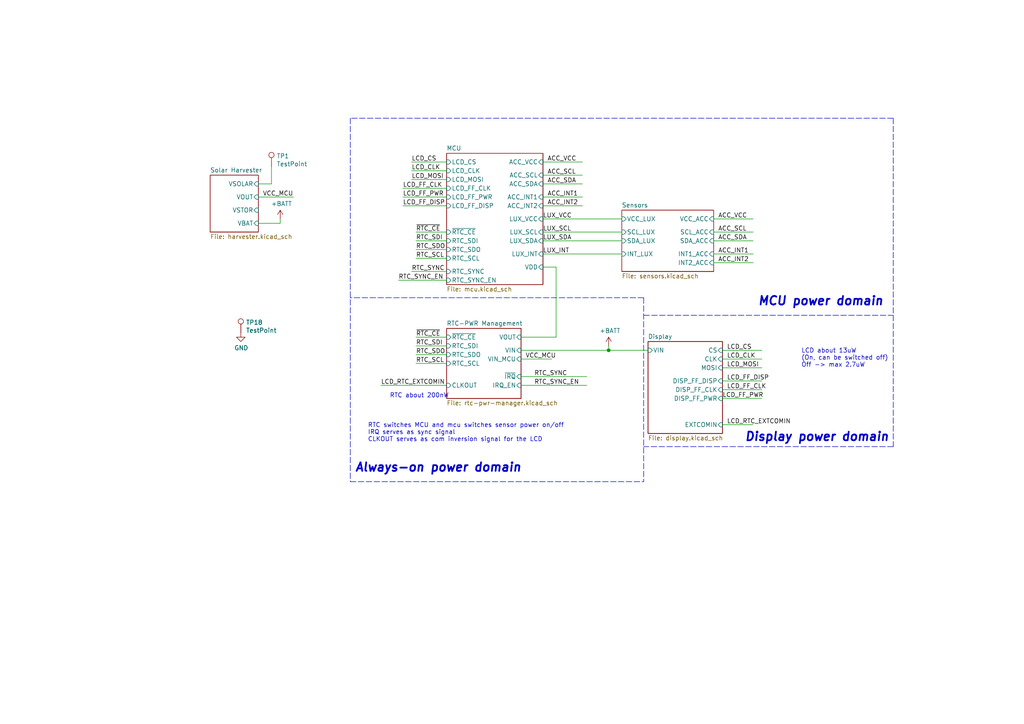
<source format=kicad_sch>
(kicad_sch (version 20211123) (generator eeschema)
  (paper "A4")
  (title_block (title "FreeBie-Mote") (date "2021-07-12") (rev "2.0") (company "TU Delft"))
  (lib_symbols
    (symbol "Connector:TestPoint" (pin_numbers hide) (pin_names (offset 0.762) hide)
      (property "Reference" "TP" (at 0 6.858 0))
      (property "Value" "TestPoint" (at 0 5.08 0))
      (symbol "TestPoint_0_1"
        (circle (center 0 3.302) (radius 0.762))
      )
      (symbol "TestPoint_1_1"
        (pin passive line (at 0 0 90) (length 2.54) (name "1") (number "1"))
      )
    )
    (symbol "power:+BATT" (power) (pin_names (offset 0))
      (property "Value" "+BATT" (at 0 3.556 0))
      (symbol "+BATT_0_1"
        (polyline (pts (xy -0.762 1.27) (xy 0 2.54)))
        (polyline (pts (xy 0 0) (xy 0 2.54)))
        (polyline (pts (xy 0 2.54) (xy 0.762 1.27)))
      )
      (symbol "+BATT_1_1"
        (pin power_in line (at 0 0 90) (length 0) hide (name "+BATT") (number "1"))
      )
    )
    (symbol "power:GND" (power) (pin_names (offset 0))
      (property "Value" "GND" (at 0 -3.81 0))
      (symbol "GND_0_1"
        (polyline (pts (xy 0 0) (xy 0 -1.27) (xy 1.27 -1.27) (xy 0 -2.54) (xy -1.27 -1.27) (xy 0 -1.27)))
      )
      (symbol "GND_1_1"
        (pin power_in line (at 0 0 270) (length 0) hide (name "GND") (number "1"))
      )
    )
  )
  (junction (at 176.53 101.6))
  (wire (pts (xy 129.54 67.31) (xy 120.65 67.31)))
  (wire (pts (xy 209.55 123.19) (xy 218.44 123.19)))
  (wire (pts (xy 129.54 72.39) (xy 120.65 72.39)))
  (wire (pts (xy 129.54 69.85) (xy 120.65 69.85)))
  (wire (pts (xy 220.98 115.57) (xy 209.55 115.57)))
  (wire (pts (xy 151.13 104.14) (xy 160.02 104.14)))
  (wire (pts (xy 74.93 57.15) (xy 85.09 57.15)))
  (wire (pts (xy 157.48 63.5) (xy 180.34 63.5)))
  (wire (pts (xy 116.84 54.61) (xy 129.54 54.61)))
  (polyline (pts (xy 186.69 86.36) (xy 101.6 86.36)))
  (wire (pts (xy 180.34 73.66) (xy 157.48 73.66)))
  (wire (pts (xy 119.38 49.53) (xy 129.54 49.53)))
  (wire (pts (xy 207.01 73.66) (xy 218.44 73.66)))
  (polyline (pts (xy 259.08 129.54) (xy 186.69 129.54)))
  (wire (pts (xy 81.28 64.77) (xy 81.28 63.5)))
  (polyline (pts (xy 101.6 139.7) (xy 186.69 139.7)))
  (wire (pts (xy 207.01 67.31) (xy 218.44 67.31)))
  (wire (pts (xy 180.34 69.85) (xy 157.48 69.85)))
  (wire (pts (xy 157.48 53.34) (xy 168.91 53.34)))
  (wire (pts (xy 157.48 59.69) (xy 168.91 59.69)))
  (wire (pts (xy 157.48 46.99) (xy 168.91 46.99)))
  (wire (pts (xy 187.96 101.6) (xy 176.53 101.6)))
  (wire (pts (xy 74.93 53.34) (xy 78.74 53.34)))
  (wire (pts (xy 207.01 76.2) (xy 218.44 76.2)))
  (polyline (pts (xy 186.69 91.44) (xy 259.08 91.44)))
  (wire (pts (xy 129.54 57.15) (xy 116.84 57.15)))
  (wire (pts (xy 119.38 78.74) (xy 129.54 78.74)))
  (wire (pts (xy 129.54 97.79) (xy 120.65 97.79)))
  (wire (pts (xy 176.53 100.33) (xy 176.53 101.6)))
  (wire (pts (xy 151.13 101.6) (xy 176.53 101.6)))
  (wire (pts (xy 209.55 106.68) (xy 220.98 106.68)))
  (wire (pts (xy 180.34 67.31) (xy 157.48 67.31)))
  (wire (pts (xy 129.54 81.28) (xy 115.57 81.28)))
  (wire (pts (xy 207.01 69.85) (xy 218.44 69.85)))
  (wire (pts (xy 119.38 52.07) (xy 129.54 52.07)))
  (wire (pts (xy 74.93 64.77) (xy 81.28 64.77)))
  (wire (pts (xy 157.48 57.15) (xy 168.91 57.15)))
  (wire (pts (xy 151.13 109.22) (xy 170.18 109.22)))
  (polyline (pts (xy 186.69 86.36) (xy 186.69 139.7)))
  (wire (pts (xy 161.29 97.79) (xy 151.13 97.79)))
  (wire (pts (xy 116.84 59.69) (xy 129.54 59.69)))
  (polyline (pts (xy 259.08 34.29) (xy 101.6 34.29)))
  (wire (pts (xy 209.55 110.49) (xy 220.98 110.49)))
  (wire (pts (xy 170.18 111.76) (xy 151.13 111.76)))
  (wire (pts (xy 119.38 46.99) (xy 129.54 46.99)))
  (wire (pts (xy 207.01 63.5) (xy 218.44 63.5)))
  (wire (pts (xy 129.54 105.41) (xy 120.65 105.41)))
  (wire (pts (xy 209.55 104.14) (xy 220.98 104.14)))
  (wire (pts (xy 129.54 102.87) (xy 120.65 102.87)))
  (wire (pts (xy 129.54 74.93) (xy 120.65 74.93)))
  (wire (pts (xy 157.48 50.8) (xy 168.91 50.8)))
  (wire (pts (xy 157.48 77.47) (xy 161.29 77.47)))
  (wire (pts (xy 78.74 53.34) (xy 78.74 48.26)))
  (wire (pts (xy 110.49 111.76) (xy 129.54 111.76)))
  (polyline (pts (xy 259.08 34.29) (xy 259.08 129.54)))
  (wire (pts (xy 209.55 113.03) (xy 220.98 113.03)))
  (polyline (pts (xy 101.6 34.29) (xy 101.6 139.7)))
  (wire (pts (xy 209.55 101.6) (xy 220.98 101.6)))
  (wire (pts (xy 129.54 100.33) (xy 120.65 100.33)))
  (wire (pts (xy 161.29 77.47) (xy 161.29 97.79)))
  (text "Display power domain" (at 215.9 128.27 0) (effects (font (size 2.4892 2.4892) (thickness 0.4978) bold italic) (justify left bottom)))
  (text "LCD about 13uW\n(On, can be switched off)\nOff -> max 2.7uW" (at 232.41 106.68 0) (effects (font (size 1.27 1.27)) (justify left bottom)))
  (text "RTC about 200nW" (at 113.03 115.57 0) (effects (font (size 1.27 1.27)) (justify left bottom)))
  (text "Always-on power domain" (at 102.87 137.16 0) (effects (font (size 2.4892 2.4892) (thickness 0.4978) bold italic) (justify left bottom)))
  (text "RTC switches MCU and mcu switches sensor power on/off\nIRQ serves as sync signal\nCLKOUT serves as com inversion signal for the LCD" (at 106.68 128.27 0) (effects (font (size 1.27 1.27)) (justify left bottom)))
  (text "MCU power domain" (at 219.71 88.9 0) (effects (font (size 2.4892 2.4892) (thickness 0.4978) bold italic) (justify left bottom)))
  (label "RTC_SDO" (at 120.65 72.39 0))
  (label "LCD_FF_DISP" (at 116.84 59.69 0))
  (label "~{RTC_CE}" (at 120.65 97.79 0))
  (label "LCD_CLK" (at 119.38 49.53 0))
  (label "LCD_MOSI" (at 210.82 106.68 0))
  (label "ACC_SCL" (at 158.75 50.8 0))
  (label "LUX_VCC" (at 157.48 63.5 0))
  (label "ACC_SCL" (at 208.28 67.31 0))
  (label "RTC_SDO" (at 120.65 102.87 0))
  (label "LCD_MOSI" (at 119.38 52.07 0))
  (label "~{RTC_CE}" (at 120.65 67.31 0))
  (label "RTC_SYNC_EN" (at 154.94 111.76 0))
  (label "LCD_CS" (at 119.38 46.99 0))
  (label "LCD_CS" (at 210.82 101.6 0))
  (label "ACC_INT1" (at 158.75 57.15 0))
  (label "LCD_RTC_EXTCOMIN" (at 110.49 111.76 0))
  (label "LCD_FF_PWR" (at 209.55 115.57 0))
  (label "LUX_INT" (at 157.48 73.66 0))
  (label "LCD_FF_DISP" (at 210.82 110.49 0))
  (label "LUX_SDA" (at 157.48 69.85 0))
  (label "VCC_MCU" (at 152.4 104.14 0))
  (label "ACC_INT2" (at 208.28 76.2 0))
  (label "VCC_MCU" (at 76.2 57.15 0))
  (label "RTC_SCL" (at 120.65 74.93 0))
  (label "LCD_FF_CLK" (at 116.84 54.61 0))
  (label "ACC_INT2" (at 158.75 59.69 0))
  (label "ACC_VCC" (at 208.28 63.5 0))
  (label "ACC_SDA" (at 208.28 69.85 0))
  (label "RTC_SCL" (at 120.65 105.41 0))
  (label "RTC_SYNC" (at 119.38 78.74 0))
  (label "LCD_FF_PWR" (at 116.84 57.15 0))
  (label "LCD_RTC_EXTCOMIN" (at 210.82 123.19 0))
  (label "LUX_SCL" (at 157.48 67.31 0))
  (label "ACC_SDA" (at 158.75 53.34 0))
  (label "RTC_SDI" (at 120.65 69.85 0))
  (label "RTC_SYNC" (at 154.94 109.22 0))
  (label "RTC_SYNC_EN" (at 115.57 81.28 0))
  (label "ACC_VCC" (at 158.75 46.99 0))
  (label "LCD_CLK" (at 210.82 104.14 0))
  (label "ACC_INT1" (at 208.28 73.66 0))
  (label "RTC_SDI" (at 120.65 100.33 0))
  (label "LCD_FF_CLK" (at 210.82 113.03 0))
  (symbol (lib_id "power:+BATT") (at 81.28 63.5 0) (unit 1)
    (property "Reference" "#PWR04" (effects hide))
    (property "Value" "+BATT" (at 81.661 59.1058 0))
  )
  (symbol (lib_id "Connector:TestPoint") (at 78.74 48.26 0) (unit 1)
    (property "Reference" "TP1" (at 80.2132 45.2628 0) (effects (justify left)))
    (property "Value" "TestPoint" (at 80.2132 47.5742 0) (effects (justify left)))
    (property "Footprint" "jaspers_footprints:SMOX_PCB_TESTPOINT" (effects hide))
    (property "MPN" "SMOX/060/B1/HT " (effects hide))
  )
  (symbol (lib_id "power:+BATT") (at 176.53 100.33 0) (unit 1)
    (property "Reference" "#PWR0106" (effects hide))
    (property "Value" "+BATT" (at 176.911 95.9358 0))
  )
  (symbol (lib_id "Connector:TestPoint") (at 69.85 96.52 0) (unit 1)
    (property "Reference" "TP18" (at 71.3232 93.5228 0) (effects (justify left)))
    (property "Value" "TestPoint" (at 71.3232 95.8342 0) (effects (justify left)))
    (property "Footprint" "jaspers_footprints:SMOX_PCB_TESTPOINT" (effects hide))
    (property "MPN" "SMOX/060/B1/HT " (effects hide))
  )
  (symbol (lib_id "power:GND") (at 69.85 96.52 0) (unit 1)
    (property "Reference" "#PWR01" (effects hide))
    (property "Value" "GND" (at 69.977 100.9142 0))
  )
  (sheet (at 187.96 99.06) (size 21.59 26.67)
    (property "Sheet name" "Display" (at 187.96 98.3484 0) (effects (justify left bottom)))
    (property "Sheet file" "display.kicad_sch" (at 187.96 126.3146 0) (effects (justify left top)))
    (pin "CLK" input (at 209.55 104.14 0))
    (pin "MOSI" input (at 209.55 106.68 0))
    (pin "VIN" input (at 187.96 101.6 180))
    (pin "CS" input (at 209.55 101.6 0))
    (pin "EXTCOMIN" input (at 209.55 123.19 0))
    (pin "DISP_FF_DISP" input (at 209.55 110.49 0))
    (pin "DISP_FF_PWR" input (at 209.55 115.57 0))
    (pin "DISP_FF_CLK" input (at 209.55 113.03 0))
  )
  (sheet (at 129.54 95.25) (size 21.59 20.32)
    (property "Sheet name" "RTC-PWR Management" (at 129.54 94.5384 0) (effects (justify left bottom)))
    (property "Sheet file" "rtc-pwr-manager.kicad_sch" (at 129.54 116.1546 0) (effects (justify left top)))
    (pin "VIN" input (at 151.13 101.6 0))
    (pin "~{IRQ}" input (at 151.13 109.22 0))
    (pin "CLKOUT" input (at 129.54 111.76 180))
    (pin "VOUT" input (at 151.13 97.79 0))
    (pin "VIN_MCU" input (at 151.13 104.14 0))
    (pin "IRQ_EN" input (at 151.13 111.76 0))
    (pin "RTC_SCL" input (at 129.54 105.41 180))
    (pin "RTC_SDI" input (at 129.54 100.33 180))
    (pin "RTC_SDO" input (at 129.54 102.87 180))
    (pin "~{RTC_CE}" input (at 129.54 97.79 180))
  )
  (sheet (at 180.34 60.96) (size 26.67 17.78)
    (property "Sheet name" "Sensors" (at 180.34 60.2484 0) (effects (justify left bottom)))
    (property "Sheet file" "sensors.kicad_sch" (at 180.34 79.3246 0) (effects (justify left top)))
    (pin "VCC_LUX" input (at 180.34 63.5 180))
    (pin "VCC_ACC" input (at 207.01 63.5 0))
    (pin "SCL_LUX" input (at 180.34 67.31 180))
    (pin "SDA_LUX" input (at 180.34 69.85 180))
    (pin "INT_LUX" input (at 180.34 73.66 180))
    (pin "SCL_ACC" input (at 207.01 67.31 0))
    (pin "SDA_ACC" input (at 207.01 69.85 0))
    (pin "INT1_ACC" input (at 207.01 73.66 0))
    (pin "INT2_ACC" input (at 207.01 76.2 0))
  )
  (sheet (at 129.54 44.45) (size 27.94 38.1)
    (property "Sheet name" "MCU" (at 129.54 43.7384 0) (effects (justify left bottom)))
    (property "Sheet file" "mcu.kicad_sch" (at 129.54 83.1346 0) (effects (justify left top)))
    (pin "ACC_SDA" input (at 157.48 53.34 0))
    (pin "ACC_SCL" input (at 157.48 50.8 0))
    (pin "LUX_SDA" input (at 157.48 69.85 0))
    (pin "LUX_SCL" input (at 157.48 67.31 0))
    (pin "LUX_INT" input (at 157.48 73.66 0))
    (pin "LUX_VCC" input (at 157.48 63.5 0))
    (pin "ACC_VCC" input (at 157.48 46.99 0))
    (pin "ACC_INT1" input (at 157.48 57.15 0))
    (pin "ACC_INT2" input (at 157.48 59.69 0))
    (pin "LCD_CS" input (at 129.54 46.99 180))
    (pin "LCD_CLK" input (at 129.54 49.53 180))
    (pin "LCD_MOSI" input (at 129.54 52.07 180))
    (pin "RTC_SCL" input (at 129.54 74.93 180))
    (pin "VDD" input (at 157.48 77.47 0))
    (pin "LCD_FF_CLK" input (at 129.54 54.61 180))
    (pin "LCD_FF_PWR" input (at 129.54 57.15 180))
    (pin "LCD_FF_DISP" input (at 129.54 59.69 180))
    (pin "RTC_SYNC" input (at 129.54 78.74 180))
    (pin "RTC_SYNC_EN" input (at 129.54 81.28 180))
    (pin "RTC_SDO" input (at 129.54 72.39 180))
    (pin "RTC_SDI" input (at 129.54 69.85 180))
    (pin "~{RTC_CE}" input (at 129.54 67.31 180))
  )
  (sheet (at 60.96 50.8) (size 13.97 16.51)
    (property "Sheet name" "Solar Harvester" (at 60.96 50.0884 0) (effects (justify left bottom)))
    (property "Sheet file" "harvester.kicad_sch" (at 60.96 67.8946 0) (effects (justify left top)))
    (pin "VOUT" input (at 74.93 57.15 0))
    (pin "VSTOR" input (at 74.93 60.96 0))
    (pin "VBAT" input (at 74.93 64.77 0))
    (pin "VSOLAR" input (at 74.93 53.34 0))
  )
)
</source>
